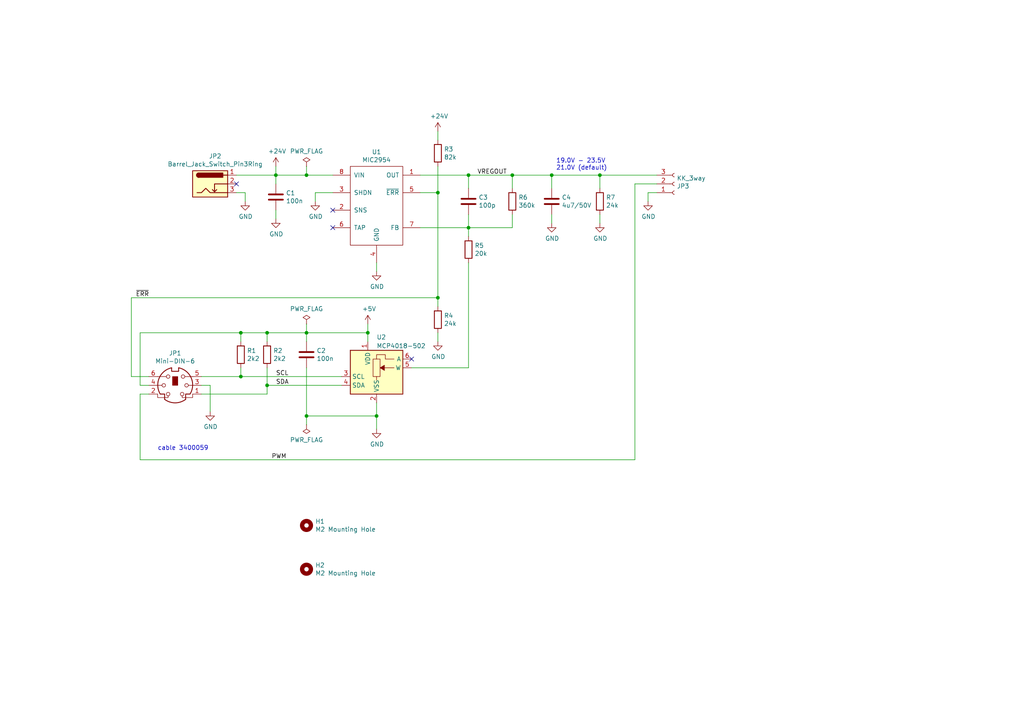
<source format=kicad_sch>
(kicad_sch (version 20230121) (generator eeschema)
  (paper "A4")
  (lib_symbols
    (symbol "Connector:Barrel_Jack_Switch_Pin3Ring" (pin_names hide)
      (property "Reference" "J" (at 0 5.334 0))
      (property "Value" "Barrel_Jack_Switch_Pin3Ring" (at 0 -5.08 0))
      (symbol "Barrel_Jack_Switch_Pin3Ring_0_1"
        (rectangle (start -5.08 3.81) (end 5.08 -3.81) (stroke (width 0.254)) (fill (type background)))
        (arc (start -3.302 3.175) (mid -3.9343 2.54) (end -3.302 1.905) (stroke (width 0.254)))
        (arc (start -3.302 3.175) (mid -3.9343 2.54) (end -3.302 1.905) (stroke (width 0.254)) (fill (type outline)))
        (polyline (pts (xy 1.27 -2.286) (xy 1.905 -1.651)) (stroke (width 0.254)))
        (polyline (pts (xy 5.08 2.54) (xy 3.81 2.54)) (stroke (width 0.254)))
        (polyline (pts (xy 5.08 0) (xy 1.27 0) (xy 1.27 -2.286) (xy 0.635 -1.651)) (stroke (width 0.254)))
        (polyline (pts (xy -3.81 -2.54) (xy -2.54 -2.54) (xy -1.27 -1.27) (xy 0 -2.54) (xy 2.54 -2.54) (xy 5.08 -2.54)) (stroke (width 0.254)))
        (rectangle (start 3.683 3.175) (end -3.302 1.905) (stroke (width 0.254)) (fill (type outline)))
      )
      (symbol "Barrel_Jack_Switch_Pin3Ring_1_1"
        (pin passive line (at 7.62 2.54 180) (length 2.54) (name "~") (number "1"))
        (pin passive line (at 7.62 0 180) (length 2.54) (name "~") (number "2"))
        (pin passive line (at 7.62 -2.54 180) (length 2.54) (name "~") (number "3"))
      )
    )
    (symbol "Connector:Mini-DIN-6" (pin_names (offset 1.016))
      (property "Reference" "J" (at 0 6.35 0))
      (property "Value" "Mini-DIN-6" (at 0 -6.35 0))
      (symbol "Mini-DIN-6_0_1"
        (circle (center -3.302 0) (radius 0.508))
        (arc (start -3.048 -4.064) (mid 0 -5.08) (end 3.048 -4.064) (stroke (width 0.254)))
        (circle (center -2.032 -2.54) (radius 0.508))
        (circle (center -2.032 2.54) (radius 0.508))
        (arc (start -1.016 5.08) (mid -4.6228 2.1214) (end -4.318 -2.54) (stroke (width 0.254)))
        (rectangle (start -0.762 2.54) (end 0.762 0) (fill (type outline)))
        (polyline (pts (xy -3.81 0) (xy -5.08 0)))
        (polyline (pts (xy -2.54 2.54) (xy -5.08 2.54)))
        (polyline (pts (xy 2.794 2.54) (xy 5.08 2.54)))
        (polyline (pts (xy 5.08 0) (xy 3.81 0)))
        (polyline (pts (xy -4.318 -2.54) (xy -3.048 -2.54) (xy -3.048 -4.064)) (stroke (width 0.254)))
        (polyline (pts (xy 4.318 -2.54) (xy 3.048 -2.54) (xy 3.048 -4.064)) (stroke (width 0.254)))
        (polyline (pts (xy -2.032 -3.048) (xy -2.032 -3.556) (xy -5.08 -3.556) (xy -5.08 -2.54)))
        (polyline (pts (xy -1.016 5.08) (xy -1.016 4.064) (xy 1.016 4.064) (xy 1.016 5.08)) (stroke (width 0.254)))
        (polyline (pts (xy 2.032 -3.048) (xy 2.032 -3.556) (xy 5.08 -3.556) (xy 5.08 -2.54)))
        (circle (center 2.032 -2.54) (radius 0.508))
        (circle (center 2.286 2.54) (radius 0.508))
        (circle (center 3.302 0) (radius 0.508))
        (arc (start 4.318 -2.54) (mid 4.6661 2.1322) (end 1.016 5.08) (stroke (width 0.254)))
      )
      (symbol "Mini-DIN-6_1_1"
        (pin passive line (at 7.62 -2.54 180) (length 2.54) (name "~") (number "1"))
        (pin passive line (at -7.62 -2.54 0) (length 2.54) (name "~") (number "2"))
        (pin passive line (at 7.62 0 180) (length 2.54) (name "~") (number "3"))
        (pin passive line (at -7.62 0 0) (length 2.54) (name "~") (number "4"))
        (pin passive line (at 7.62 2.54 180) (length 2.54) (name "~") (number "5"))
        (pin passive line (at -7.62 2.54 0) (length 2.54) (name "~") (number "6"))
      )
    )
    (symbol "Device:C" (pin_numbers hide) (pin_names (offset 0.254))
      (property "Reference" "C" (at 0.635 2.54 0))
      (property "Value" "C" (at 0.635 -2.54 0))
      (symbol "C_0_1"
        (polyline (pts (xy -2.032 -0.762) (xy 2.032 -0.762)) (stroke (width 0.508)))
        (polyline (pts (xy -2.032 0.762) (xy 2.032 0.762)) (stroke (width 0.508)))
      )
      (symbol "C_1_1"
        (pin passive line (at 0 3.81 270) (length 2.794) (name "~") (number "1"))
        (pin passive line (at 0 -3.81 90) (length 2.794) (name "~") (number "2"))
      )
    )
    (symbol "Device:R" (pin_numbers hide) (pin_names (offset 0))
      (property "Reference" "R" (at 2.032 0 90))
      (property "Value" "R" (at 0 0 90))
      (symbol "R_0_1"
        (rectangle (start -1.016 -2.54) (end 1.016 2.54) (stroke (width 0.254)))
      )
      (symbol "R_1_1"
        (pin passive line (at 0 3.81 270) (length 1.27) (name "~") (number "1"))
        (pin passive line (at 0 -3.81 90) (length 1.27) (name "~") (number "2"))
      )
    )
    (symbol "LEDsupply-rescue:Conn_01x03_Female-Connector" (pin_names (offset 1.016) hide)
      (property "Reference" "J" (at 0 5.08 0))
      (property "Value" "Connector_Conn_01x03_Female" (at 0 -5.08 0))
      (symbol "Conn_01x03_Female-Connector_1_1"
        (arc (start 0 -2.032) (mid -0.5058 -2.54) (end 0 -3.048) (stroke (width 0.1524)))
        (polyline (pts (xy -1.27 -2.54) (xy -0.508 -2.54)) (stroke (width 0.1524)))
        (polyline (pts (xy -1.27 0) (xy -0.508 0)) (stroke (width 0.1524)))
        (polyline (pts (xy -1.27 2.54) (xy -0.508 2.54)) (stroke (width 0.1524)))
        (arc (start 0 0.508) (mid -0.5058 0) (end 0 -0.508) (stroke (width 0.1524)))
        (arc (start 0 3.048) (mid -0.5058 2.54) (end 0 2.032) (stroke (width 0.1524)))
        (pin passive line (at -5.08 2.54 0) (length 3.81) (name "Pin_1") (number "1"))
        (pin passive line (at -5.08 0 0) (length 3.81) (name "Pin_2") (number "2"))
        (pin passive line (at -5.08 -2.54 0) (length 3.81) (name "Pin_3") (number "3"))
      )
    )
    (symbol "LEDsupply-rescue:MIC2954-jakub" (pin_names (offset 1.016))
      (property "Reference" "U" (at 0 8.89 0))
      (property "Value" "jakub_MIC2954" (at 0 6.35 0))
      (symbol "MIC2954-jakub_0_1"
        (rectangle (start -7.62 5.08) (end 7.62 -17.78))
      )
      (symbol "MIC2954-jakub_1_1"
        (pin output line (at 12.7 2.54 180) (length 5.08) (name "OUT") (number "1"))
        (pin input line (at -12.7 -7.62 0) (length 5.08) (name "SNS") (number "2"))
        (pin input line (at -12.7 -2.54 0) (length 5.08) (name "SHDN") (number "3"))
        (pin power_in line (at 0 -22.86 90) (length 5.08) (name "GND") (number "4"))
        (pin open_collector line (at 12.7 -2.54 180) (length 5.08) (name "~{ERR}") (number "5"))
        (pin output line (at -12.7 -12.7 0) (length 5.08) (name "TAP") (number "6"))
        (pin input line (at 12.7 -12.7 180) (length 5.08) (name "FB") (number "7"))
        (pin power_in line (at -12.7 2.54 0) (length 5.08) (name "VIN") (number "8"))
      )
    )
    (symbol "Mechanical:MountingHole" (pin_names (offset 1.016))
      (property "Reference" "H" (at 0 5.08 0))
      (property "Value" "MountingHole" (at 0 3.175 0))
      (symbol "MountingHole_0_1"
        (circle (center 0 0) (radius 1.27) (stroke (width 1.27)))
      )
    )
    (symbol "Potentiometer_Digital:MCP4018-xxxxLT"
      (property "Reference" "U" (at -7.62 8.89 0))
      (property "Value" "MCP4018-xxxxLT" (at 1.27 8.89 0))
      (symbol "MCP4018-xxxxLT_0_1"
        (polyline (pts (xy 0 0) (xy 0 -1.016)))
        (polyline (pts (xy 5.08 5.08) (xy 2.54 5.08) (xy 2.54 6.35) (xy 0 6.35) (xy 0 5.08)))
      )
      (symbol "MCP4018-xxxxLT_1_1"
        (rectangle (start -7.62 7.62) (end 7.62 -5.08) (stroke (width 0.254)) (fill (type background)))
        (polyline (pts (xy 5.08 2.54) (xy 2.286 2.54)))
        (polyline (pts (xy 2.286 1.778) (xy 2.286 3.302) (xy 1.016 2.54) (xy 2.286 1.778)) (fill (type outline)))
        (rectangle (start 1.016 0) (end -1.016 5.08))
        (pin power_in line (at -2.54 10.16 270) (length 2.54) (name "VDD") (number "1"))
        (pin power_in line (at 0 -7.62 90) (length 2.54) (name "VSS") (number "2"))
        (pin input line (at -10.16 0 0) (length 2.54) (name "SCL") (number "3"))
        (pin bidirectional line (at -10.16 -2.54 0) (length 2.54) (name "SDA") (number "4"))
        (pin passive line (at 10.16 2.54 180) (length 2.54) (name "W") (number "5"))
        (pin passive line (at 10.16 5.08 180) (length 2.54) (name "A") (number "6"))
      )
    )
    (symbol "power:+24V" (power) (pin_names (offset 0))
      (property "Value" "+24V" (at 0 3.556 0))
      (symbol "+24V_0_1"
        (polyline (pts (xy -0.762 1.27) (xy 0 2.54)))
        (polyline (pts (xy 0 0) (xy 0 2.54)))
        (polyline (pts (xy 0 2.54) (xy 0.762 1.27)))
      )
      (symbol "+24V_1_1"
        (pin power_in line (at 0 0 90) (length 0) hide (name "+24V") (number "1"))
      )
    )
    (symbol "power:+5V" (power) (pin_names (offset 0))
      (property "Value" "+5V" (at 0 3.556 0))
      (symbol "+5V_0_1"
        (polyline (pts (xy -0.762 1.27) (xy 0 2.54)))
        (polyline (pts (xy 0 0) (xy 0 2.54)))
        (polyline (pts (xy 0 2.54) (xy 0.762 1.27)))
      )
      (symbol "+5V_1_1"
        (pin power_in line (at 0 0 90) (length 0) hide (name "+5V") (number "1"))
      )
    )
    (symbol "power:GND" (power) (pin_names (offset 0))
      (property "Value" "GND" (at 0 -3.81 0))
      (symbol "GND_0_1"
        (polyline (pts (xy 0 0) (xy 0 -1.27) (xy 1.27 -1.27) (xy 0 -2.54) (xy -1.27 -1.27) (xy 0 -1.27)))
      )
      (symbol "GND_1_1"
        (pin power_in line (at 0 0 270) (length 0) hide (name "GND") (number "1"))
      )
    )
    (symbol "power:PWR_FLAG" (power) (pin_numbers hide) (pin_names (offset 0) hide)
      (property "Value" "PWR_FLAG" (at 0 3.81 0))
      (symbol "PWR_FLAG_0_0"
        (pin power_out line (at 0 0 90) (length 0) (name "pwr") (number "1"))
      )
      (symbol "PWR_FLAG_0_1"
        (polyline (pts (xy 0 0) (xy 0 1.27) (xy -1.016 1.905) (xy 0 2.54) (xy 1.016 1.905) (xy 0 1.27)))
      )
    )
  )
  (junction (at 127 55.88))
  (junction (at 69.85 96.52))
  (junction (at 127 86.36))
  (junction (at 77.47 111.76))
  (junction (at 109.22 120.65))
  (junction (at 88.9 50.8))
  (junction (at 88.9 96.52))
  (junction (at 160.02 50.8))
  (junction (at 77.47 96.52))
  (junction (at 135.89 66.04))
  (junction (at 148.59 50.8))
  (junction (at 173.99 50.8))
  (junction (at 106.68 96.52))
  (junction (at 135.89 50.8))
  (junction (at 88.9 120.65))
  (junction (at 69.85 109.22))
  (junction (at 80.01 50.8))
  (no_connect (at 96.52 66.04))
  (no_connect (at 96.52 60.96))
  (no_connect (at 68.58 53.34))
  (no_connect (at 119.38 104.14))
  (wire (pts (xy 160.02 62.23) (xy 160.02 64.77)))
  (wire (pts (xy 135.89 76.2) (xy 135.89 106.68)))
  (wire (pts (xy 88.9 99.06) (xy 88.9 96.52)))
  (wire (pts (xy 119.38 106.68) (xy 135.89 106.68)))
  (wire (pts (xy 121.92 55.88) (xy 127 55.88)))
  (wire (pts (xy 173.99 62.23) (xy 173.99 64.77)))
  (wire (pts (xy 127 55.88) (xy 127 48.26)))
  (wire (pts (xy 109.22 120.65) (xy 109.22 116.84)))
  (wire (pts (xy 88.9 120.65) (xy 109.22 120.65)))
  (wire (pts (xy 58.42 111.76) (xy 60.96 111.76)))
  (wire (pts (xy 135.89 66.04) (xy 135.89 68.58)))
  (wire (pts (xy 38.1 109.22) (xy 38.1 86.36)))
  (wire (pts (xy 88.9 48.26) (xy 88.9 50.8)))
  (wire (pts (xy 69.85 99.06) (xy 69.85 96.52)))
  (wire (pts (xy 135.89 66.04) (xy 121.92 66.04)))
  (wire (pts (xy 106.68 96.52) (xy 106.68 93.98)))
  (wire (pts (xy 69.85 109.22) (xy 99.06 109.22)))
  (wire (pts (xy 109.22 124.46) (xy 109.22 120.65)))
  (wire (pts (xy 184.15 53.34) (xy 184.15 133.35)))
  (wire (pts (xy 135.89 50.8) (xy 121.92 50.8)))
  (wire (pts (xy 148.59 54.61) (xy 148.59 50.8)))
  (wire (pts (xy 106.68 96.52) (xy 88.9 96.52)))
  (wire (pts (xy 77.47 96.52) (xy 88.9 96.52)))
  (wire (pts (xy 69.85 96.52) (xy 77.47 96.52)))
  (wire (pts (xy 109.22 76.2) (xy 109.22 78.74)))
  (wire (pts (xy 173.99 50.8) (xy 190.5 50.8)))
  (wire (pts (xy 68.58 50.8) (xy 80.01 50.8)))
  (wire (pts (xy 190.5 53.34) (xy 184.15 53.34)))
  (wire (pts (xy 88.9 123.19) (xy 88.9 120.65)))
  (wire (pts (xy 173.99 54.61) (xy 173.99 50.8)))
  (wire (pts (xy 80.01 48.26) (xy 80.01 50.8)))
  (wire (pts (xy 40.64 114.3) (xy 43.18 114.3)))
  (wire (pts (xy 106.68 99.06) (xy 106.68 96.52)))
  (wire (pts (xy 127 55.88) (xy 127 86.36)))
  (wire (pts (xy 184.15 133.35) (xy 40.64 133.35)))
  (wire (pts (xy 71.12 55.88) (xy 71.12 58.42)))
  (wire (pts (xy 160.02 54.61) (xy 160.02 50.8)))
  (wire (pts (xy 88.9 106.68) (xy 88.9 120.65)))
  (wire (pts (xy 135.89 54.61) (xy 135.89 50.8)))
  (wire (pts (xy 187.96 55.88) (xy 187.96 58.42)))
  (wire (pts (xy 135.89 62.23) (xy 135.89 66.04)))
  (wire (pts (xy 77.47 99.06) (xy 77.47 96.52)))
  (wire (pts (xy 43.18 111.76) (xy 40.64 111.76)))
  (wire (pts (xy 96.52 50.8) (xy 88.9 50.8)))
  (wire (pts (xy 58.42 109.22) (xy 69.85 109.22)))
  (wire (pts (xy 77.47 106.68) (xy 77.47 111.76)))
  (wire (pts (xy 40.64 111.76) (xy 40.64 96.52)))
  (wire (pts (xy 68.58 55.88) (xy 71.12 55.88)))
  (wire (pts (xy 40.64 133.35) (xy 40.64 114.3)))
  (wire (pts (xy 96.52 55.88) (xy 91.44 55.88)))
  (wire (pts (xy 135.89 66.04) (xy 148.59 66.04)))
  (wire (pts (xy 80.01 60.96) (xy 80.01 63.5)))
  (wire (pts (xy 43.18 109.22) (xy 38.1 109.22)))
  (wire (pts (xy 60.96 111.76) (xy 60.96 119.38)))
  (wire (pts (xy 58.42 114.3) (xy 77.47 114.3)))
  (wire (pts (xy 91.44 55.88) (xy 91.44 58.42)))
  (wire (pts (xy 160.02 50.8) (xy 173.99 50.8)))
  (wire (pts (xy 148.59 66.04) (xy 148.59 62.23)))
  (wire (pts (xy 40.64 96.52) (xy 69.85 96.52)))
  (wire (pts (xy 77.47 111.76) (xy 99.06 111.76)))
  (wire (pts (xy 190.5 55.88) (xy 187.96 55.88)))
  (wire (pts (xy 77.47 114.3) (xy 77.47 111.76)))
  (wire (pts (xy 127 86.36) (xy 127 88.9)))
  (wire (pts (xy 88.9 93.98) (xy 88.9 96.52)))
  (wire (pts (xy 88.9 50.8) (xy 80.01 50.8)))
  (wire (pts (xy 160.02 50.8) (xy 148.59 50.8)))
  (wire (pts (xy 80.01 50.8) (xy 80.01 53.34)))
  (wire (pts (xy 127 96.52) (xy 127 99.06)))
  (wire (pts (xy 69.85 106.68) (xy 69.85 109.22)))
  (wire (pts (xy 38.1 86.36) (xy 127 86.36)))
  (wire (pts (xy 127 40.64) (xy 127 38.1)))
  (wire (pts (xy 148.59 50.8) (xy 135.89 50.8)))
  (text "19.0V - 23.5V\n21.0V (default)" (at 161.29 49.53 0) (effects (font (size 1.27 1.27)) (justify left bottom)))
  (text "cable 3400059" (at 45.72 130.81 0) (effects (font (size 1.27 1.27)) (justify left bottom)))
  (label "VREGOUT" (at 138.43 50.8 0))
  (label "SDA" (at 80.01 111.76 0))
  (label "~{ERR}" (at 39.37 86.36 0))
  (label "SCL" (at 80.01 109.22 0))
  (label "PWM" (at 78.74 133.35 0))
  (symbol (lib_id "LEDsupply-rescue:MIC2954-jakub") (at 109.22 53.34 0) (unit 1)
    (property "Reference" "U1" (at 109.22 44.069 0))
    (property "Value" "MIC2954" (at 109.22 46.3804 0))
    (property "Footprint" "Package_SO:SO-8_3.9x4.9mm_P1.27mm" (effects hide))
    (property "Datasheet" "http://ww1.microchip.com/downloads/en/DeviceDoc/mic2954.pdf" (effects hide))
    (property "Supplier" "Farnell" (effects hide))
    (property "Part Number" "MIC2954-08YM" (effects hide))
    (property "Manufacturer" "Micrel" (effects hide))
    (property "Package" "SO-8" (effects hide))
    (property "Order Code" "2510052" (effects hide))
    (property "Note" "250mA low-dropout regulator" (effects hide))
  )
  (symbol (lib_id "power:GND") (at 91.44 58.42 0) (unit 1)
    (property "Reference" "#PWR05" (effects hide))
    (property "Value" "GND" (at 91.567 62.8142 0))
  )
  (symbol (lib_id "power:GND") (at 109.22 78.74 0) (unit 1)
    (property "Reference" "#PWR07" (effects hide))
    (property "Value" "GND" (at 109.347 83.1342 0))
  )
  (symbol (lib_id "Device:C") (at 135.89 58.42 0) (unit 1)
    (property "Reference" "C3" (at 138.811 57.2516 0) (effects (justify left)))
    (property "Value" "100p" (at 138.811 59.563 0) (effects (justify left)))
    (property "Footprint" "Capacitor_SMD:C_0603_1608Metric" (effects hide))
    (property "Part Number" "MC0603B101K500CT" (effects hide))
    (property "Manufacturer" "Multicomp" (effects hide))
    (property "Package" "0603" (effects hide))
    (property "Supplier" "Farnell" (effects hide))
    (property "Order Code" "2627425" (effects hide))
    (property "Note" "100pF/50V 0603 ceramic capacitor X7R" (effects hide))
  )
  (symbol (lib_id "Device:R") (at 148.59 58.42 0) (unit 1)
    (property "Reference" "R6" (at 150.368 57.2516 0) (effects (justify left)))
    (property "Value" "360k" (at 150.368 59.563 0) (effects (justify left)))
    (property "Footprint" "Resistor_SMD:R_0603_1608Metric" (effects hide))
    (property "Note" "360kΩ 100mW 0603 resistor" (effects hide))
    (property "Part Number" "MCWR06X3603FTL" (effects hide))
    (property "Manufacturer" "Multicomp" (effects hide))
    (property "Package" "0603" (effects hide))
    (property "Supplier" "Farnell" (effects hide))
    (property "Order Code" "2447347" (effects hide))
  )
  (symbol (lib_id "Device:R") (at 135.89 72.39 0) (unit 1)
    (property "Reference" "R5" (at 137.668 71.2216 0) (effects (justify left)))
    (property "Value" "20k" (at 137.668 73.533 0) (effects (justify left)))
    (property "Footprint" "Resistor_SMD:R_0603_1608Metric" (effects hide))
    (property "Part Number" "MCWR06X2002FTL" (effects hide))
    (property "Manufacturer" "Farnell" (effects hide))
    (property "Package" "0603" (effects hide))
    (property "Supplier" "Farnell" (effects hide))
    (property "Order Code" "2447293" (effects hide))
    (property "Note" "20kΩ 100mW 0603 resistor" (effects hide))
  )
  (symbol (lib_id "power:GND") (at 109.22 124.46 0) (unit 1)
    (property "Reference" "#PWR08" (effects hide))
    (property "Value" "GND" (at 109.347 128.8542 0))
  )
  (symbol (lib_id "Device:C") (at 80.01 57.15 0) (unit 1)
    (property "Reference" "C1" (at 82.931 55.9816 0) (effects (justify left)))
    (property "Value" "100n" (at 82.931 58.293 0) (effects (justify left)))
    (property "Footprint" "Capacitor_SMD:C_0603_1608Metric" (effects hide))
    (property "Part Number" "MC0603B104K500CT" (effects hide))
    (property "Manufacturer" "Multicomp" (effects hide))
    (property "Package" "0603" (effects hide))
    (property "Supplier" "Farnell" (effects hide))
    (property "Order Code" "1759122" (effects hide))
    (property "Note" "100nF/50V 0603 ceramic capacitor X7R" (effects hide))
  )
  (symbol (lib_id "power:GND") (at 80.01 63.5 0) (unit 1)
    (property "Reference" "#PWR04" (effects hide))
    (property "Value" "GND" (at 80.137 67.8942 0))
  )
  (symbol (lib_id "power:+24V") (at 80.01 48.26 0) (unit 1)
    (property "Reference" "#PWR03" (effects hide))
    (property "Value" "+24V" (at 80.391 43.8658 0))
  )
  (symbol (lib_id "Device:C") (at 160.02 58.42 0) (unit 1)
    (property "Reference" "C4" (at 162.941 57.2516 0) (effects (justify left)))
    (property "Value" "4u7/50V" (at 162.941 59.563 0) (effects (justify left)))
    (property "Footprint" "Capacitor_SMD:C_1206_3216Metric" (effects hide))
    (property "Part Number" "GRM31CR71H475KA12L" (effects hide))
    (property "Manufacturer" "Murata" (effects hide))
    (property "Package" "1206" (effects hide))
    (property "Supplier" "Farnell" (effects hide))
    (property "Order Code" "1735545" (effects hide))
    (property "Note" "4.7µF/50V X7R ceramic capacitor 1206" (effects hide))
  )
  (symbol (lib_id "power:GND") (at 160.02 64.77 0) (unit 1)
    (property "Reference" "#PWR011" (effects hide))
    (property "Value" "GND" (at 160.147 69.1642 0))
  )
  (symbol (lib_id "power:+5V") (at 106.68 93.98 0) (unit 1)
    (property "Reference" "#PWR06" (effects hide))
    (property "Value" "+5V" (at 107.061 89.5858 0))
  )
  (symbol (lib_id "Device:C") (at 88.9 102.87 0) (unit 1)
    (property "Reference" "C2" (at 91.821 101.7016 0) (effects (justify left)))
    (property "Value" "100n" (at 91.821 104.013 0) (effects (justify left)))
    (property "Footprint" "Capacitor_SMD:C_0603_1608Metric" (effects hide))
    (property "Part Number" "MC0603B104K500CT" (effects hide))
    (property "Manufacturer" "Multicomp" (effects hide))
    (property "Package" "0603" (effects hide))
    (property "Supplier" "Farnell" (effects hide))
    (property "Order Code" "1759122" (effects hide))
    (property "Note" "100nf/50V 0603 ceramic capacitor X7R" (effects hide))
  )
  (symbol (lib_id "Connector:Mini-DIN-6") (at 50.8 111.76 0) (unit 1)
    (property "Reference" "JP1" (at 50.8 102.4382 0))
    (property "Value" "Mini-DIN-6" (at 50.8 104.7496 0))
    (property "Footprint" "jakub:MiniDIN6way" (effects hide))
    (property "Datasheet" "http://service.powerdynamics.com/ec/Catalog17/Section%2011.pdf" (effects hide))
    (property "Part Number" "PSG01567" (effects hide))
    (property "Manufacturer" "Pro Signal" (effects hide))
    (property "Package" "Chassis" (effects hide))
    (property "Supplier" "Farnell" (effects hide))
    (property "Order Code" "1280671" (effects hide))
    (property "Note" "6way mini DIN Connector" (effects hide))
  )
  (symbol (lib_id "power:GND") (at 60.96 119.38 0) (unit 1)
    (property "Reference" "#PWR01" (effects hide))
    (property "Value" "GND" (at 61.087 123.7742 0))
  )
  (symbol (lib_id "Potentiometer_Digital:MCP4018-xxxxLT") (at 109.22 109.22 0) (unit 1)
    (property "Reference" "U2" (at 109.22 97.79 0) (effects (justify left)))
    (property "Value" "MCP4018-502" (at 109.22 100.33 0) (effects (justify left)))
    (property "Footprint" "Package_TO_SOT_SMD:SOT-363_SC-70-6" (effects hide))
    (property "Datasheet" "http://ww1.microchip.com/downloads/en/DeviceDoc/22147a.pdf" (effects hide))
    (property "Part Number" "MCP4018T-502E/LT" (effects hide))
    (property "Manufacturer" "Microchip" (effects hide))
    (property "Package" "SC70-6" (effects hide))
    (property "Supplier" "Farnell" (effects hide))
    (property "Order Code" "1800210" (effects hide))
    (property "Note" "7-bit single I2C digital POT with volatile memory" (effects hide))
  )
  (symbol (lib_id "Connector:Barrel_Jack_Switch_Pin3Ring") (at 60.96 53.34 0) (unit 1)
    (property "Reference" "JP2" (at 62.4078 45.2882 0))
    (property "Value" "Barrel_Jack_Switch_Pin3Ring" (at 62.4078 47.5996 0))
    (property "Footprint" "jakub:2.1mmBarrelJackTop" (effects hide))
    (property "Part Number" "FC681473" (effects hide))
    (property "Manufacturer" "Cliff Electronic" (effects hide))
    (property "Package" "Chassis" (effects hide))
    (property "Supplier" "Farnell" (effects hide))
    (property "Order Code" "2353931" (effects hide))
    (property "Note" "2.1mm panel mounting DC socket" (effects hide))
  )
  (symbol (lib_id "power:GND") (at 71.12 58.42 0) (unit 1)
    (property "Reference" "#PWR02" (effects hide))
    (property "Value" "GND" (at 71.247 62.8142 0))
  )
  (symbol (lib_id "LEDsupply-rescue:Conn_01x03_Female-Connector") (at 195.58 53.34 0) (mirror x) (unit 1)
    (property "Reference" "JP3" (at 196.2912 54.0004 0) (effects (justify left)))
    (property "Value" "KK_3way" (at 196.2912 51.689 0) (effects (justify left)))
    (property "Footprint" "Connector_Molex:Molex_KK-254_AE-6410-03A_1x03_P2.54mm_Vertical" (effects hide))
    (property "Part Number" "22-27-2031" (effects hide))
    (property "Manufacturer" "Molex" (effects hide))
    (property "Package" "2.54mm" (effects hide))
    (property "Supplier" "Farnell" (effects hide))
    (property "Order Code" "9731156" (effects hide))
    (property "Note" "KK 254 Wire-to-Board Header" (effects hide))
  )
  (symbol (lib_id "power:GND") (at 187.96 58.42 0) (unit 1)
    (property "Reference" "#PWR013" (effects hide))
    (property "Value" "GND" (at 188.087 62.8142 0))
  )
  (symbol (lib_id "power:PWR_FLAG") (at 88.9 48.26 0) (unit 1)
    (property "Reference" "#FLG01" (effects hide))
    (property "Value" "PWR_FLAG" (at 88.9 43.8658 0))
  )
  (symbol (lib_id "power:PWR_FLAG") (at 88.9 93.98 0) (unit 1)
    (property "Reference" "#FLG02" (effects hide))
    (property "Value" "PWR_FLAG" (at 88.9 89.5858 0))
  )
  (symbol (lib_id "power:PWR_FLAG") (at 88.9 123.19 180) (unit 1)
    (property "Reference" "#FLG03" (effects hide))
    (property "Value" "PWR_FLAG" (at 88.9 127.5842 0))
  )
  (symbol (lib_id "Device:R") (at 127 44.45 0) (unit 1)
    (property "Reference" "R3" (at 128.778 43.2816 0) (effects (justify left)))
    (property "Value" "82k" (at 128.778 45.593 0) (effects (justify left)))
    (property "Footprint" "Resistor_SMD:R_0603_1608Metric" (effects hide))
    (property "Part Number" "MCWR06X8202FTL" (effects hide))
    (property "Manufacturer" "Multicomp" (effects hide))
    (property "Package" "0603" (effects hide))
    (property "Supplier" "Farnell" (effects hide))
    (property "Order Code" "2447438" (effects hide))
    (property "Note" "82kΩ 100mW 0603 resistor" (effects hide))
  )
  (symbol (lib_id "power:+24V") (at 127 38.1 0) (unit 1)
    (property "Reference" "#PWR09" (effects hide))
    (property "Value" "+24V" (at 127.381 33.7058 0))
  )
  (symbol (lib_id "Device:R") (at 127 92.71 0) (unit 1)
    (property "Reference" "R4" (at 128.778 91.5416 0) (effects (justify left)))
    (property "Value" "24k" (at 128.778 93.853 0) (effects (justify left)))
    (property "Footprint" "Resistor_SMD:R_0603_1608Metric" (effects hide))
    (property "Note" "20kΩ 100mW 0603 resistor" (effects hide))
    (property "Part Number" "MCWR06X2002FTL" (effects hide))
    (property "Manufacturer" "Multicomp" (effects hide))
    (property "Package" "0603" (effects hide))
    (property "Supplier" "Farnell" (effects hide))
    (property "Order Code" "2447293" (effects hide))
  )
  (symbol (lib_id "power:GND") (at 127 99.06 0) (unit 1)
    (property "Reference" "#PWR010" (effects hide))
    (property "Value" "GND" (at 127.127 103.4542 0))
  )
  (symbol (lib_id "Device:R") (at 173.99 58.42 0) (unit 1)
    (property "Reference" "R7" (at 175.768 57.2516 0) (effects (justify left)))
    (property "Value" "24k" (at 175.768 59.563 0) (effects (justify left)))
    (property "Footprint" "Resistor_SMD:R_0603_1608Metric" (effects hide))
    (property "Note" "24kΩ 100mW 0603 resistor" (effects hide))
    (property "Part Number" "MCWR06X2402FTL" (effects hide))
    (property "Manufacturer" "Multicomp" (effects hide))
    (property "Package" "0603" (effects hide))
    (property "Supplier" "Farnell" (effects hide))
    (property "Order Code" "2447308" (effects hide))
  )
  (symbol (lib_id "power:GND") (at 173.99 64.77 0) (unit 1)
    (property "Reference" "#PWR012" (effects hide))
    (property "Value" "GND" (at 174.117 69.1642 0))
  )
  (symbol (lib_id "Mechanical:MountingHole") (at 88.9 152.4 0) (unit 1)
    (property "Reference" "H1" (at 91.44 151.2316 0) (effects (justify left)))
    (property "Value" "M2 Mounting Hole" (at 91.44 153.543 0) (effects (justify left)))
    (property "Footprint" "MountingHole:MountingHole_2.2mm_M2" (effects hide))
  )
  (symbol (lib_id "Mechanical:MountingHole") (at 88.9 165.1 0) (unit 1)
    (property "Reference" "H2" (at 91.44 163.9316 0) (effects (justify left)))
    (property "Value" "M2 Mounting Hole" (at 91.44 166.243 0) (effects (justify left)))
    (property "Footprint" "MountingHole:MountingHole_2.2mm_M2" (effects hide))
  )
  (symbol (lib_id "Device:R") (at 69.85 102.87 0) (unit 1)
    (property "Reference" "R1" (at 71.628 101.7016 0) (effects (justify left)))
    (property "Value" "2k2" (at 71.628 104.013 0) (effects (justify left)))
    (property "Footprint" "Resistor_SMD:R_0603_1608Metric" (effects hide))
    (property "Note" "2.2kΩ 100mW 0603 resistor" (effects hide))
    (property "Part Number" "MCWR06X2201FTL" (effects hide))
    (property "Manufacturer" "Multicomp" (effects hide))
    (property "Package" "0603" (effects hide))
    (property "Supplier" "Farnell" (effects hide))
    (property "Order Code" "2447320" (effects hide))
  )
  (symbol (lib_id "Device:R") (at 77.47 102.87 0) (unit 1)
    (property "Reference" "R2" (at 79.248 101.7016 0) (effects (justify left)))
    (property "Value" "2k2" (at 79.248 104.013 0) (effects (justify left)))
    (property "Footprint" "Resistor_SMD:R_0603_1608Metric" (effects hide))
    (property "Note" "2.2kΩ 100mW 0603 resistor" (effects hide))
    (property "Part Number" "MCWR06X2201FTL" (effects hide))
    (property "Manufacturer" "Multicomp" (effects hide))
    (property "Package" "0603" (effects hide))
    (property "Supplier" "Farnell" (effects hide))
    (property "Order Code" "2447320" (effects hide))
  )
)
</source>
